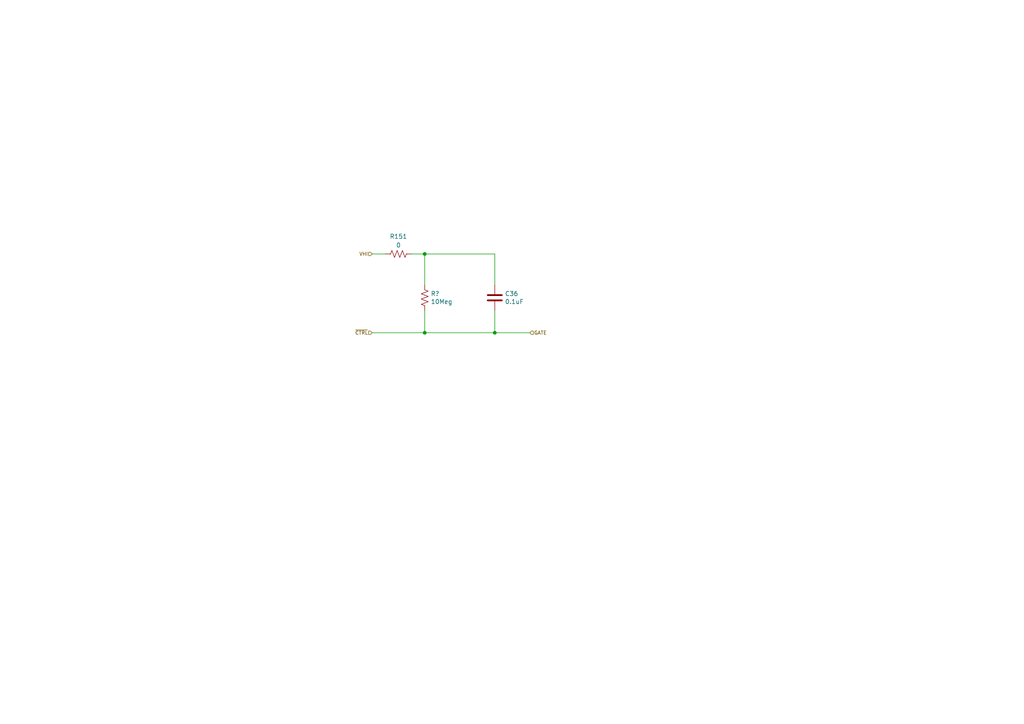
<source format=kicad_sch>
(kicad_sch (version 20230121) (generator eeschema)
  (paper "A4")
  (lib_symbols
    (symbol "Device:C" (pin_numbers hide) (pin_names (offset 0.254))
      (property "Reference" "C" (at 0.635 2.54 0))
      (property "Value" "C" (at 0.635 -2.54 0))
      (symbol "C_0_1"
        (polyline (pts (xy -2.032 -0.762) (xy 2.032 -0.762)) (stroke (width 0.508)))
        (polyline (pts (xy -2.032 0.762) (xy 2.032 0.762)) (stroke (width 0.508)))
      )
      (symbol "C_1_1"
        (pin passive line (at 0 3.81 270) (length 2.794) (name "~") (number "1"))
        (pin passive line (at 0 -3.81 90) (length 2.794) (name "~") (number "2"))
      )
    )
    (symbol "Device:R_US" (pin_numbers hide) (pin_names (offset 0))
      (property "Reference" "R" (at 2.54 0 90))
      (property "Value" "R_US" (at -2.54 0 90))
      (symbol "R_US_0_1"
        (polyline (pts (xy 0 -2.286) (xy 0 -2.54)))
        (polyline (pts (xy 0 2.286) (xy 0 2.54)))
        (polyline (pts (xy 0 -0.762) (xy 1.016 -1.143) (xy 0 -1.524) (xy -1.016 -1.905) (xy 0 -2.286)))
        (polyline (pts (xy 0 0.762) (xy 1.016 0.381) (xy 0 0) (xy -1.016 -0.381) (xy 0 -0.762)))
        (polyline (pts (xy 0 2.286) (xy 1.016 1.905) (xy 0 1.524) (xy -1.016 1.143) (xy 0 0.762)))
      )
      (symbol "R_US_1_1"
        (pin passive line (at 0 3.81 270) (length 1.27) (name "~") (number "1"))
        (pin passive line (at 0 -3.81 90) (length 1.27) (name "~") (number "2"))
      )
    )
  )
  (junction (at 143.51 96.52))
  (junction (at 123.19 96.52))
  (junction (at 123.19 73.66))
  (wire (pts (xy 123.19 73.66) (xy 143.51 73.66)))
  (wire (pts (xy 143.51 96.52) (xy 153.67 96.52)))
  (wire (pts (xy 123.19 90.17) (xy 123.19 96.52)))
  (wire (pts (xy 143.51 90.17) (xy 143.51 96.52)))
  (wire (pts (xy 107.95 96.52) (xy 123.19 96.52)))
  (wire (pts (xy 143.51 73.66) (xy 143.51 82.55)))
  (wire (pts (xy 123.19 73.66) (xy 123.19 82.55)))
  (wire (pts (xy 107.95 73.66) (xy 111.76 73.66)))
  (wire (pts (xy 123.19 96.52) (xy 143.51 96.52)))
  (wire (pts (xy 119.38 73.66) (xy 123.19 73.66)))
  (hierarchical_label "GATE" (shape input) (at 153.67 96.52 0) (effects (font (size 1.016 1.016))))
  (hierarchical_label "VHI" (shape input) (at 107.95 73.66 180) (effects (font (size 1.016 1.016))))
  (hierarchical_label "~{CTRL}" (shape input) (at 107.95 96.52 180) (effects (font (size 1.016 1.016))))
  (symbol (lib_id "Device:R_US") (at 115.57 73.66 90) (unit 1)
    (property "Reference" "R281" (at 115.57 68.58 90))
    (property "Value" "0" (at 115.57 71.12 90))
    (property "Footprint" "Resistor_SMD:R_0603_1608Metric" (effects hide))
    (instances (project "mainboard" (path "" (reference "R151") (unit 1))))
  )
  (symbol (lib_id "Device:R_US") (at 123.19 86.36 0) (unit 1)
    (property "Reference" "R?" (at 124.9172 85.1916 0) (effects (justify left)))
    (property "Value" "10Meg" (at 124.9172 87.503 0) (effects (justify left)))
    (property "Footprint" "Resistor_SMD:R_0402_1005Metric" (effects hide))
    (instances (project "mainboard" (path "" (reference "R?") (unit 1)) (path "" (reference "R152") (unit 1))))
  )
  (symbol (lib_id "Device:C") (at 143.51 86.36 0) (unit 1)
    (property "Reference" "C36" (at 146.431 85.1916 0) (effects (justify left)))
    (property "Value" "0.1uF" (at 146.431 87.503 0) (effects (justify left)))
    (property "Footprint" "Capacitor_SMD:C_0402_1005Metric" (effects hide))
    (instances (project "mainboard" (path "" (reference "C36") (unit 1)) (path "" (reference "C?") (unit 1)) (path "" (reference "C96") (unit 1))))
  )
)
</source>
